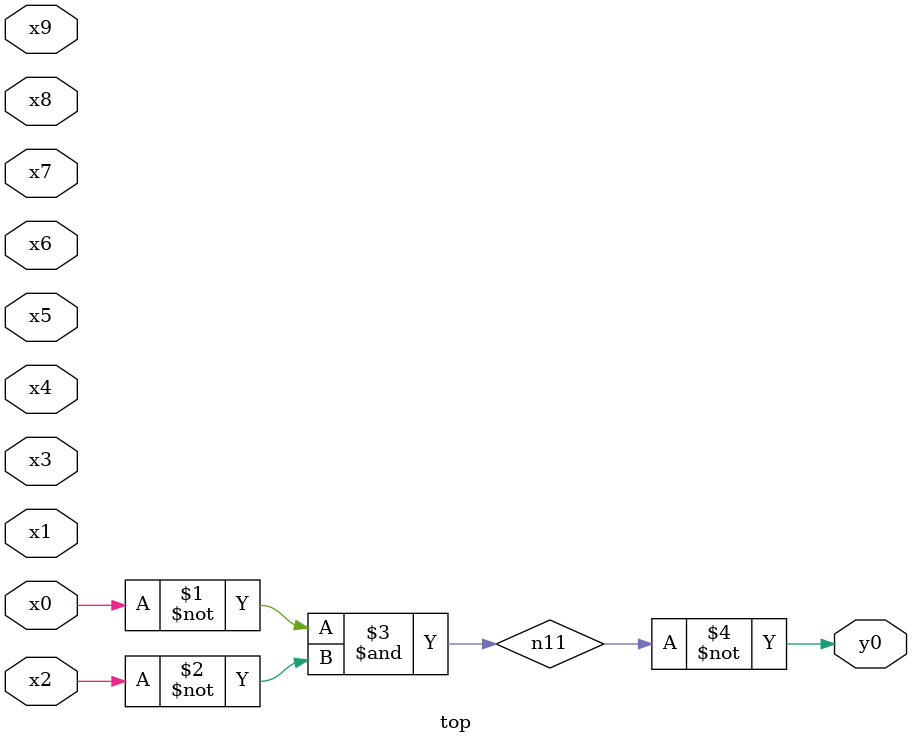
<source format=v>
module top( x0 , x1 , x2 , x3 , x4 , x5 , x6 , x7 , x8 , x9 , y0 );
  input x0 , x1 , x2 , x3 , x4 , x5 , x6 , x7 , x8 , x9 ;
  output y0 ;
  wire n11 ;
  assign n11 = ~x0 & ~x2 ;
  assign y0 = ~n11 ;
endmodule

</source>
